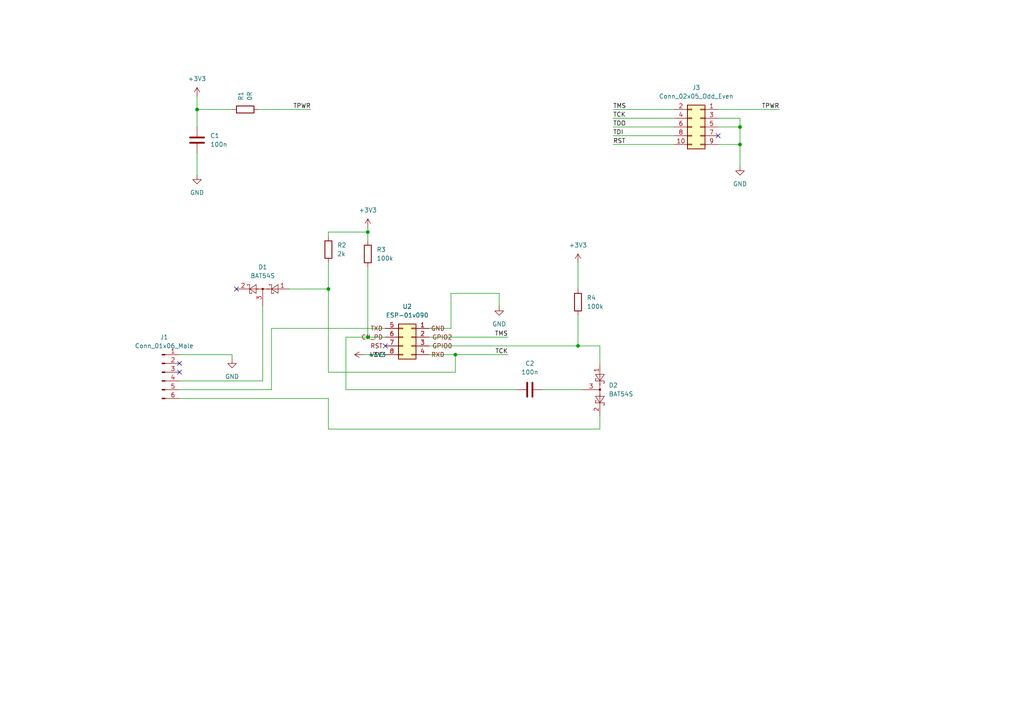
<source format=kicad_sch>
(kicad_sch (version 20211123) (generator eeschema)
  (paper "A4")
  (lib_symbols
    (symbol "Connector:Conn_01x06_Male" (pin_names (offset 1.016) hide)
      (property "Reference" "J" (at 0 7.62 0))
      (property "Value" "Conn_01x06_Male" (at 0 -10.16 0))
      (symbol "Conn_01x06_Male_1_1"
        (polyline (pts (xy 1.27 -7.62) (xy 0.8636 -7.62)) (stroke (width 0.1524)))
        (polyline (pts (xy 1.27 -5.08) (xy 0.8636 -5.08)) (stroke (width 0.1524)))
        (polyline (pts (xy 1.27 -2.54) (xy 0.8636 -2.54)) (stroke (width 0.1524)))
        (polyline (pts (xy 1.27 0) (xy 0.8636 0)) (stroke (width 0.1524)))
        (polyline (pts (xy 1.27 2.54) (xy 0.8636 2.54)) (stroke (width 0.1524)))
        (polyline (pts (xy 1.27 5.08) (xy 0.8636 5.08)) (stroke (width 0.1524)))
        (rectangle (start 0.8636 -7.493) (end 0 -7.747) (stroke (width 0.1524)) (fill (type outline)))
        (rectangle (start 0.8636 -4.953) (end 0 -5.207) (stroke (width 0.1524)) (fill (type outline)))
        (rectangle (start 0.8636 -2.413) (end 0 -2.667) (stroke (width 0.1524)) (fill (type outline)))
        (rectangle (start 0.8636 0.127) (end 0 -0.127) (stroke (width 0.1524)) (fill (type outline)))
        (rectangle (start 0.8636 2.667) (end 0 2.413) (stroke (width 0.1524)) (fill (type outline)))
        (rectangle (start 0.8636 5.207) (end 0 4.953) (stroke (width 0.1524)) (fill (type outline)))
        (pin passive line (at 5.08 5.08 180) (length 3.81) (name "Pin_1") (number "1"))
        (pin passive line (at 5.08 2.54 180) (length 3.81) (name "Pin_2") (number "2"))
        (pin passive line (at 5.08 0 180) (length 3.81) (name "Pin_3") (number "3"))
        (pin passive line (at 5.08 -2.54 180) (length 3.81) (name "Pin_4") (number "4"))
        (pin passive line (at 5.08 -5.08 180) (length 3.81) (name "Pin_5") (number "5"))
        (pin passive line (at 5.08 -7.62 180) (length 3.81) (name "Pin_6") (number "6"))
      )
    )
    (symbol "Connector_Generic:Conn_02x04_Odd_Even" (pin_names (offset 1.016) hide)
      (property "Reference" "U2" (at 1.27 8.89 0))
      (property "Value" "ESP-01v090" (at 1.27 6.35 0))
      (symbol "Conn_02x04_Odd_Even_0_0"
        (text "CH_PD" (at -8.89 0 0) (effects (font (size 1.27 1.27))))
        (text "GND" (at 10.16 2.54 0) (effects (font (size 1.27 1.27))))
        (text "GPIO0" (at 11.43 -2.54 0) (effects (font (size 1.27 1.27))))
        (text "GPIO2" (at 11.43 0 0) (effects (font (size 1.27 1.27))))
        (text "RST" (at -7.62 -2.54 0) (effects (font (size 1.27 1.27))))
        (text "RXD" (at 10.16 -5.08 0) (effects (font (size 1.27 1.27))))
        (text "TXD" (at -7.62 2.54 0) (effects (font (size 1.27 1.27))))
        (text "VCC" (at -7.62 -5.08 0) (effects (font (size 1.27 1.27))))
      )
      (symbol "Conn_02x04_Odd_Even_1_1"
        (rectangle (start -1.27 -4.953) (end 0 -5.207) (stroke (width 0.1524)))
        (rectangle (start -1.27 -2.413) (end 0 -2.667) (stroke (width 0.1524)))
        (rectangle (start -1.27 0.127) (end 0 -0.127) (stroke (width 0.1524)))
        (rectangle (start -1.27 2.667) (end 0 2.413) (stroke (width 0.1524)))
        (rectangle (start -1.27 3.81) (end 3.81 -6.35) (stroke (width 0.254)) (fill (type background)))
        (rectangle (start 3.81 -4.953) (end 2.54 -5.207) (stroke (width 0.1524)))
        (rectangle (start 3.81 -2.413) (end 2.54 -2.667) (stroke (width 0.1524)))
        (rectangle (start 3.81 0.127) (end 2.54 -0.127) (stroke (width 0.1524)))
        (rectangle (start 3.81 2.667) (end 2.54 2.413) (stroke (width 0.1524)))
        (pin passive line (at 7.62 2.54 180) (length 3.81) (name "Pin_2") (number "1"))
        (pin passive line (at 7.62 0 180) (length 3.81) (name "Pin_4") (number "2"))
        (pin passive line (at 7.62 -2.54 180) (length 3.81) (name "Pin_6") (number "3"))
        (pin passive line (at 7.62 -5.08 180) (length 3.81) (name "Pin_8") (number "4"))
        (pin passive line (at -5.08 2.54 0) (length 3.81) (name "Pin_1") (number "5"))
        (pin passive line (at -5.08 0 0) (length 3.81) (name "Pin_3") (number "6"))
        (pin passive line (at -5.08 -2.54 0) (length 3.81) (name "Pin_5") (number "7"))
        (pin passive line (at -5.08 -5.08 0) (length 3.81) (name "Pin_7") (number "8"))
      )
    )
    (symbol "Connector_Generic:Conn_02x05_Odd_Even" (pin_names (offset 1.016) hide)
      (property "Reference" "J" (at 1.27 7.62 0))
      (property "Value" "Conn_02x05_Odd_Even" (at 1.27 -7.62 0))
      (symbol "Conn_02x05_Odd_Even_1_1"
        (rectangle (start -1.27 -4.953) (end 0 -5.207) (stroke (width 0.1524)))
        (rectangle (start -1.27 -2.413) (end 0 -2.667) (stroke (width 0.1524)))
        (rectangle (start -1.27 0.127) (end 0 -0.127) (stroke (width 0.1524)))
        (rectangle (start -1.27 2.667) (end 0 2.413) (stroke (width 0.1524)))
        (rectangle (start -1.27 5.207) (end 0 4.953) (stroke (width 0.1524)))
        (rectangle (start -1.27 6.35) (end 3.81 -6.35) (stroke (width 0.254)) (fill (type background)))
        (rectangle (start 3.81 -4.953) (end 2.54 -5.207) (stroke (width 0.1524)))
        (rectangle (start 3.81 -2.413) (end 2.54 -2.667) (stroke (width 0.1524)))
        (rectangle (start 3.81 0.127) (end 2.54 -0.127) (stroke (width 0.1524)))
        (rectangle (start 3.81 2.667) (end 2.54 2.413) (stroke (width 0.1524)))
        (rectangle (start 3.81 5.207) (end 2.54 4.953) (stroke (width 0.1524)))
        (pin passive line (at -5.08 5.08 0) (length 3.81) (name "Pin_1") (number "1"))
        (pin passive line (at 7.62 -5.08 180) (length 3.81) (name "Pin_10") (number "10"))
        (pin passive line (at 7.62 5.08 180) (length 3.81) (name "Pin_2") (number "2"))
        (pin passive line (at -5.08 2.54 0) (length 3.81) (name "Pin_3") (number "3"))
        (pin passive line (at 7.62 2.54 180) (length 3.81) (name "Pin_4") (number "4"))
        (pin passive line (at -5.08 0 0) (length 3.81) (name "Pin_5") (number "5"))
        (pin passive line (at 7.62 0 180) (length 3.81) (name "Pin_6") (number "6"))
        (pin passive line (at -5.08 -2.54 0) (length 3.81) (name "Pin_7") (number "7"))
        (pin passive line (at 7.62 -2.54 180) (length 3.81) (name "Pin_8") (number "8"))
        (pin passive line (at -5.08 -5.08 0) (length 3.81) (name "Pin_9") (number "9"))
      )
    )
    (symbol "Device:C" (pin_numbers hide) (pin_names (offset 0.254))
      (property "Reference" "C" (at 0.635 2.54 0))
      (property "Value" "C" (at 0.635 -2.54 0))
      (symbol "C_0_1"
        (polyline (pts (xy -2.032 -0.762) (xy 2.032 -0.762)) (stroke (width 0.508)))
        (polyline (pts (xy -2.032 0.762) (xy 2.032 0.762)) (stroke (width 0.508)))
      )
      (symbol "C_1_1"
        (pin passive line (at 0 3.81 270) (length 2.794) (name "~") (number "1"))
        (pin passive line (at 0 -3.81 90) (length 2.794) (name "~") (number "2"))
      )
    )
    (symbol "Device:R" (pin_numbers hide) (pin_names (offset 0))
      (property "Reference" "R" (at 2.032 0 90))
      (property "Value" "R" (at 0 0 90))
      (symbol "R_0_1"
        (rectangle (start -1.016 -2.54) (end 1.016 2.54) (stroke (width 0.254)))
      )
      (symbol "R_1_1"
        (pin passive line (at 0 3.81 270) (length 1.27) (name "~") (number "1"))
        (pin passive line (at 0 -3.81 90) (length 1.27) (name "~") (number "2"))
      )
    )
    (symbol "Diode:BAT54S" (pin_names (offset 1.016))
      (property "Reference" "D" (at 0.635 -3.81 0))
      (property "Value" "BAT54S" (at -6.35 3.175 0))
      (symbol "BAT54S_0_1"
        (polyline (pts (xy -3.81 0) (xy -1.27 0)))
        (polyline (pts (xy -3.175 -1.27) (xy -3.175 -1.016)))
        (polyline (pts (xy -2.54 -1.27) (xy -3.175 -1.27)))
        (polyline (pts (xy -2.54 -1.27) (xy -2.54 1.27)))
        (polyline (pts (xy -2.54 1.27) (xy -1.905 1.27)))
        (polyline (pts (xy -1.905 0) (xy 1.905 0)))
        (polyline (pts (xy -1.905 1.27) (xy -1.905 1.016)))
        (polyline (pts (xy 1.27 0) (xy 3.81 0)))
        (polyline (pts (xy 3.175 -1.27) (xy 3.175 -1.016)))
        (polyline (pts (xy 3.81 -1.27) (xy 3.175 -1.27)))
        (polyline (pts (xy 3.81 -1.27) (xy 3.81 1.27)))
        (polyline (pts (xy 3.81 1.27) (xy 4.445 1.27)))
        (polyline (pts (xy 4.445 1.27) (xy 4.445 1.016)))
        (polyline (pts (xy -4.445 1.27) (xy -4.445 -1.27) (xy -2.54 0) (xy -4.445 1.27)))
        (polyline (pts (xy 1.905 1.27) (xy 1.905 -1.27) (xy 3.81 0) (xy 1.905 1.27)))
        (circle (center 0 0) (radius 0.254) (fill (type outline)))
      )
      (symbol "BAT54S_1_1"
        (pin passive line (at -7.62 0 0) (length 3.81) (name "~") (number "1"))
        (pin passive line (at 7.62 0 180) (length 3.81) (name "~") (number "2"))
        (pin passive line (at 0 -5.08 90) (length 5.08) (name "~") (number "3"))
      )
    )
    (symbol "power:+3V3" (power) (pin_names (offset 0))
      (property "Value" "+3V3" (at 0 3.556 0))
      (symbol "+3V3_0_1"
        (polyline (pts (xy -0.762 1.27) (xy 0 2.54)))
        (polyline (pts (xy 0 0) (xy 0 2.54)))
        (polyline (pts (xy 0 2.54) (xy 0.762 1.27)))
      )
      (symbol "+3V3_1_1"
        (pin power_in line (at 0 0 90) (length 0) hide (name "+3V3") (number "1"))
      )
    )
    (symbol "power:GND" (power) (pin_names (offset 0))
      (property "Value" "GND" (at 0 -3.81 0))
      (symbol "GND_0_1"
        (polyline (pts (xy 0 0) (xy 0 -1.27) (xy 1.27 -1.27) (xy 0 -2.54) (xy -1.27 -1.27) (xy 0 -1.27)))
      )
      (symbol "GND_1_1"
        (pin power_in line (at 0 0 270) (length 0) hide (name "GND") (number "1"))
      )
    )
  )
  (junction (at 95.25 83.82))
  (junction (at 106.68 97.79))
  (junction (at 132.08 102.87))
  (junction (at 214.63 41.91))
  (junction (at 167.64 100.33))
  (junction (at 106.68 67.31))
  (junction (at 214.63 36.83))
  (junction (at 57.15 31.75))
  (no_connect (at 52.07 105.41))
  (no_connect (at 52.07 107.95))
  (no_connect (at 68.58 83.82))
  (no_connect (at 111.76 100.33))
  (no_connect (at 208.28 39.37))
  (wire (pts (xy 78.74 95.25) (xy 111.76 95.25)))
  (wire (pts (xy 100.33 97.79) (xy 106.68 97.79)))
  (wire (pts (xy 95.25 83.82) (xy 95.25 107.95)))
  (wire (pts (xy 106.68 67.31) (xy 106.68 69.85)))
  (wire (pts (xy 214.63 36.83) (xy 214.63 41.91)))
  (wire (pts (xy 95.25 67.31) (xy 106.68 67.31)))
  (wire (pts (xy 208.28 34.29) (xy 214.63 34.29)))
  (wire (pts (xy 100.33 113.03) (xy 100.33 97.79)))
  (wire (pts (xy 76.2 88.9) (xy 76.2 110.49)))
  (wire (pts (xy 208.28 41.91) (xy 214.63 41.91)))
  (wire (pts (xy 173.99 100.33) (xy 173.99 105.41)))
  (wire (pts (xy 177.8 34.29) (xy 195.58 34.29)))
  (wire (pts (xy 52.07 110.49) (xy 76.2 110.49)))
  (wire (pts (xy 106.68 66.04) (xy 106.68 67.31)))
  (wire (pts (xy 74.93 31.75) (xy 90.17 31.75)))
  (wire (pts (xy 124.46 95.25) (xy 130.81 95.25)))
  (wire (pts (xy 95.25 115.57) (xy 95.25 124.46)))
  (wire (pts (xy 105.41 102.87) (xy 111.76 102.87)))
  (wire (pts (xy 106.68 97.79) (xy 111.76 97.79)))
  (wire (pts (xy 177.8 36.83) (xy 195.58 36.83)))
  (wire (pts (xy 57.15 27.94) (xy 57.15 31.75)))
  (wire (pts (xy 167.64 100.33) (xy 173.99 100.33)))
  (wire (pts (xy 57.15 44.45) (xy 57.15 50.8)))
  (wire (pts (xy 52.07 102.87) (xy 67.31 102.87)))
  (wire (pts (xy 132.08 102.87) (xy 147.32 102.87)))
  (wire (pts (xy 95.25 124.46) (xy 173.99 124.46)))
  (wire (pts (xy 177.8 39.37) (xy 195.58 39.37)))
  (wire (pts (xy 95.25 76.2) (xy 95.25 83.82)))
  (wire (pts (xy 177.8 41.91) (xy 195.58 41.91)))
  (wire (pts (xy 149.86 113.03) (xy 100.33 113.03)))
  (wire (pts (xy 214.63 34.29) (xy 214.63 36.83)))
  (wire (pts (xy 173.99 124.46) (xy 173.99 120.65)))
  (wire (pts (xy 67.31 102.87) (xy 67.31 104.14)))
  (wire (pts (xy 95.25 68.58) (xy 95.25 67.31)))
  (wire (pts (xy 132.08 107.95) (xy 132.08 102.87)))
  (wire (pts (xy 130.81 95.25) (xy 130.81 85.09)))
  (wire (pts (xy 177.8 31.75) (xy 195.58 31.75)))
  (wire (pts (xy 124.46 97.79) (xy 147.32 97.79)))
  (wire (pts (xy 106.68 77.47) (xy 106.68 97.79)))
  (wire (pts (xy 83.82 83.82) (xy 95.25 83.82)))
  (wire (pts (xy 157.48 113.03) (xy 168.91 113.03)))
  (wire (pts (xy 95.25 107.95) (xy 132.08 107.95)))
  (wire (pts (xy 130.81 85.09) (xy 144.78 85.09)))
  (wire (pts (xy 78.74 113.03) (xy 78.74 95.25)))
  (wire (pts (xy 208.28 36.83) (xy 214.63 36.83)))
  (wire (pts (xy 132.08 102.87) (xy 124.46 102.87)))
  (wire (pts (xy 214.63 41.91) (xy 214.63 48.26)))
  (wire (pts (xy 167.64 91.44) (xy 167.64 100.33)))
  (wire (pts (xy 57.15 36.83) (xy 57.15 31.75)))
  (wire (pts (xy 67.31 31.75) (xy 57.15 31.75)))
  (wire (pts (xy 52.07 113.03) (xy 78.74 113.03)))
  (wire (pts (xy 124.46 100.33) (xy 167.64 100.33)))
  (wire (pts (xy 208.28 31.75) (xy 226.06 31.75)))
  (wire (pts (xy 144.78 85.09) (xy 144.78 88.9)))
  (wire (pts (xy 167.64 76.2) (xy 167.64 83.82)))
  (wire (pts (xy 52.07 115.57) (xy 95.25 115.57)))
  (label "TPWR" (at 90.17 31.75 180))
  (label "TPWR" (at 226.06 31.75 180))
  (label "TDI" (at 177.8 39.37 0))
  (label "TMS" (at 177.8 31.75 0))
  (label "TMS" (at 147.32 97.79 180))
  (label "TCK" (at 177.8 34.29 0))
  (label "TDO" (at 177.8 36.83 0))
  (label "RST" (at 177.8 41.91 0))
  (label "TCK" (at 147.32 102.87 180))
  (symbol (lib_id "Device:C") (at 57.15 40.64 0) (unit 1)
    (property "Reference" "C1" (at 60.96 39.3699 0) (effects (justify left)))
    (property "Value" "100n" (at 60.96 41.9099 0) (effects (justify left)))
    (property "Footprint" "Capacitor_SMD:C_0402_1005Metric" (effects hide))
    (property "LCSC Number Part" "C1525" (effects hide))
  )
  (symbol (lib_id "Connector_Generic:Conn_02x04_Odd_Even") (at 116.84 97.79 0) (unit 1)
    (property "Reference" "U2" (at 118.11 88.9 0))
    (property "Value" "ESP-01v090" (at 118.11 91.44 0))
    (property "Footprint" "EOS:ESP-01S" (effects hide))
    (property "LCSC Number Part" "C503582" (effects hide))
  )
  (symbol (lib_id "power:GND") (at 67.31 104.14 0) (unit 1)
    (property "Reference" "#PWR0101" (effects hide))
    (property "Value" "GND" (at 67.31 109.22 0))
  )
  (symbol (lib_id "Device:R") (at 106.68 73.66 0) (unit 1)
    (property "Reference" "R3" (at 109.22 72.3899 0) (effects (justify left)))
    (property "Value" "100k" (at 109.22 74.9299 0) (effects (justify left)))
    (property "Footprint" "Resistor_SMD:R_0402_1005Metric" (effects hide))
    (property "LCSC Number Part" "C25741" (effects hide))
  )
  (symbol (lib_id "power:GND") (at 214.63 48.26 0) (unit 1)
    (property "Reference" "#PWR0105" (effects hide))
    (property "Value" "GND" (at 214.63 53.34 0))
  )
  (symbol (lib_id "Diode:BAT54S") (at 173.99 113.03 270) (unit 1)
    (property "Reference" "D2" (at 176.53 111.7599 90) (effects (justify left)))
    (property "Value" "BAT54S" (at 176.53 114.2999 90) (effects (justify left)))
    (property "Footprint" "Package_TO_SOT_SMD:SOT-23" (effects hide))
    (property "Datasheet" "https://www.diodes.com/assets/Datasheets/ds11005.pdf" (effects hide))
    (property "LCSC Number Part" "C727126" (effects hide))
  )
  (symbol (lib_id "power:+3V3") (at 106.68 66.04 0) (unit 1)
    (property "Reference" "#PWR0102" (effects hide))
    (property "Value" "+3V3" (at 106.68 60.96 0))
  )
  (symbol (lib_id "power:GND") (at 144.78 88.9 0) (unit 1)
    (property "Reference" "#PWR0106" (effects hide))
    (property "Value" "GND" (at 144.78 93.98 0))
  )
  (symbol (lib_id "power:+3V3") (at 167.64 76.2 0) (unit 1)
    (property "Reference" "#PWR0108" (effects hide))
    (property "Value" "+3V3" (at 167.64 71.12 0))
  )
  (symbol (lib_id "Device:R") (at 71.12 31.75 90) (unit 1)
    (property "Reference" "R1" (at 69.8499 29.21 0) (effects (justify left)))
    (property "Value" "0R" (at 72.3899 29.21 0) (effects (justify left)))
    (property "Footprint" "Resistor_SMD:R_0402_1005Metric" (effects hide))
    (property "LCSC Number Part" "C17168" (effects hide))
  )
  (symbol (lib_id "power:+3V3") (at 105.41 102.87 90) (unit 1)
    (property "Reference" "#PWR0107" (effects hide))
    (property "Value" "+3V3" (at 106.68 102.8699 90) (effects (justify right)))
  )
  (symbol (lib_id "power:GND") (at 57.15 50.8 0) (unit 1)
    (property "Reference" "#PWR0104" (effects hide))
    (property "Value" "GND" (at 57.15 55.88 0))
  )
  (symbol (lib_id "Device:C") (at 153.67 113.03 90) (unit 1)
    (property "Reference" "C2" (at 153.67 105.41 90))
    (property "Value" "100n" (at 153.67 107.95 90))
    (property "Footprint" "Capacitor_SMD:C_0402_1005Metric" (effects hide))
    (property "LCSC Number Part" "C1525" (effects hide))
  )
  (symbol (lib_id "Connector:Conn_01x06_Male") (at 46.99 107.95 0) (unit 1) (in_bom no)
    (property "Reference" "J1" (at 47.625 97.79 0))
    (property "Value" "Conn_01x06_Male" (at 47.625 100.33 0))
    (property "Footprint" "Connector_PinHeader_2.54mm:PinHeader_1x06_P2.54mm_Vertical" (effects hide))
  )
  (symbol (lib_id "Connector_Generic:Conn_02x05_Odd_Even") (at 203.2 36.83 0) (mirror y) (unit 1)
    (property "Reference" "J3" (at 201.93 25.4 0))
    (property "Value" "Conn_02x05_Odd_Even" (at 201.93 27.94 0))
    (property "Footprint" "EOS:FTSH" (effects hide))
    (property "LCSC Number Part" "C2935458" (effects hide))
  )
  (symbol (lib_id "Diode:BAT54S") (at 76.2 83.82 0) (mirror y) (unit 1)
    (property "Reference" "D1" (at 76.2 77.47 0))
    (property "Value" "BAT54S" (at 76.2 80.01 0))
    (property "Footprint" "Package_TO_SOT_SMD:SOT-23" (effects hide))
    (property "Datasheet" "https://www.diodes.com/assets/Datasheets/ds11005.pdf" (effects hide))
    (property "LCSC Number Part" "C727126" (effects hide))
  )
  (symbol (lib_id "Device:R") (at 167.64 87.63 0) (unit 1)
    (property "Reference" "R4" (at 170.18 86.3599 0) (effects (justify left)))
    (property "Value" "100k" (at 170.18 88.8999 0) (effects (justify left)))
    (property "Footprint" "Resistor_SMD:R_0402_1005Metric" (effects hide))
    (property "LCSC Number Part" "C25741" (effects hide))
  )
  (symbol (lib_id "Device:R") (at 95.25 72.39 0) (unit 1)
    (property "Reference" "R2" (at 97.79 71.1199 0) (effects (justify left)))
    (property "Value" "2k" (at 97.79 73.6599 0) (effects (justify left)))
    (property "Footprint" "Resistor_SMD:R_0402_1005Metric" (effects hide))
    (property "LCSC Number Part" "C4109" (effects hide))
  )
  (symbol (lib_id "power:+3V3") (at 57.15 27.94 0) (unit 1)
    (property "Reference" "#PWR0103" (effects hide))
    (property "Value" "+3V3" (at 57.15 22.86 0))
  )
)
</source>
